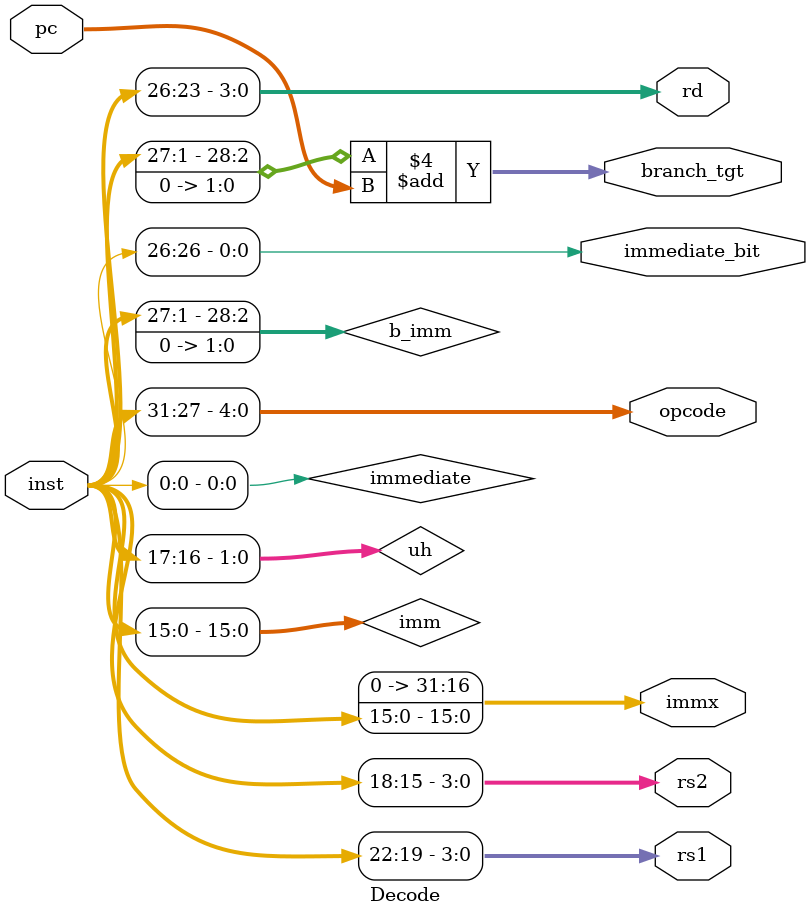
<source format=v>
`timescale 1ns / 1ps
module Decode(input [31:0]inst,
		input [31:0] pc,
		output [4:0] opcode, 
		output immediate_bit,							//27th-bit
		output [31:0] branch_tgt,				//actual branch target
		output [3:0] rd,							//destination resistor
		output [3:0] rs1,							//source resistors
		output [3:0] rs2,
		output [31:0] immx						//the modified immediate value (using bits 17 and 18).
    );
	
	reg [15:0]imm;									//immediate value for operand
	reg [28:0]b_imm;								//branch immediate value
	reg [1:0] uh;
	assign opcode = inst[31:27];				//this will be input to the control unit.
	assign immediate_bit = inst[26];		
	assign immediate = inst[26:0];
	assign rd = inst[26:23];
	assign rs1 = inst[22:19];
	assign rs2 = inst[18:15];
	
	always@(inst)
	begin
	imm = inst[15:0];
	uh = inst[17:16];
	end
	assign immx = 2'b10 ? {16'd0, imm} : imm<<16;
	
	always@(inst)
	begin
	b_imm = inst[27:1]<<2;
	end
	
	assign branch_tgt = b_imm + pc;
	
endmodule

</source>
